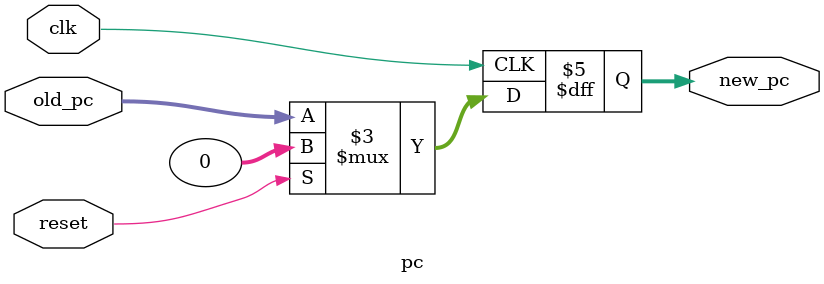
<source format=v>
module pc (old_pc,reset,clk,new_pc);
    input [31:0] old_pc;
    input reset, clk;
    output reg [31:0] new_pc;

    // reset or old_pc

    always @(posedge clk) begin
        if (reset)
            new_pc = 32'b0;
        else
            new_pc = old_pc;
    end
endmodule
</source>
